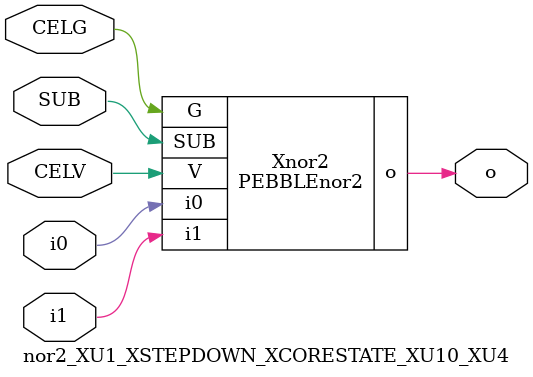
<source format=v>



module PEBBLEnor2 ( o, G, SUB, V, i0, i1 );

  input i0;
  input V;
  input i1;
  input G;
  output o;
  input SUB;
endmodule

//Celera Confidential Do Not Copy nor2_XU1_XSTEPDOWN_XCORESTATE_XU10_XU4
//Celera Confidential Symbol Generator
//nor2
module nor2_XU1_XSTEPDOWN_XCORESTATE_XU10_XU4 (CELV,CELG,i0,i1,o,SUB);
input CELV;
input CELG;
input i0;
input i1;
input SUB;
output o;

//Celera Confidential Do Not Copy nor2
PEBBLEnor2 Xnor2(
.V (CELV),
.i0 (i0),
.i1 (i1),
.o (o),
.SUB (SUB),
.G (CELG)
);
//,diesize,PEBBLEnor2

//Celera Confidential Do Not Copy Module End
//Celera Schematic Generator
endmodule

</source>
